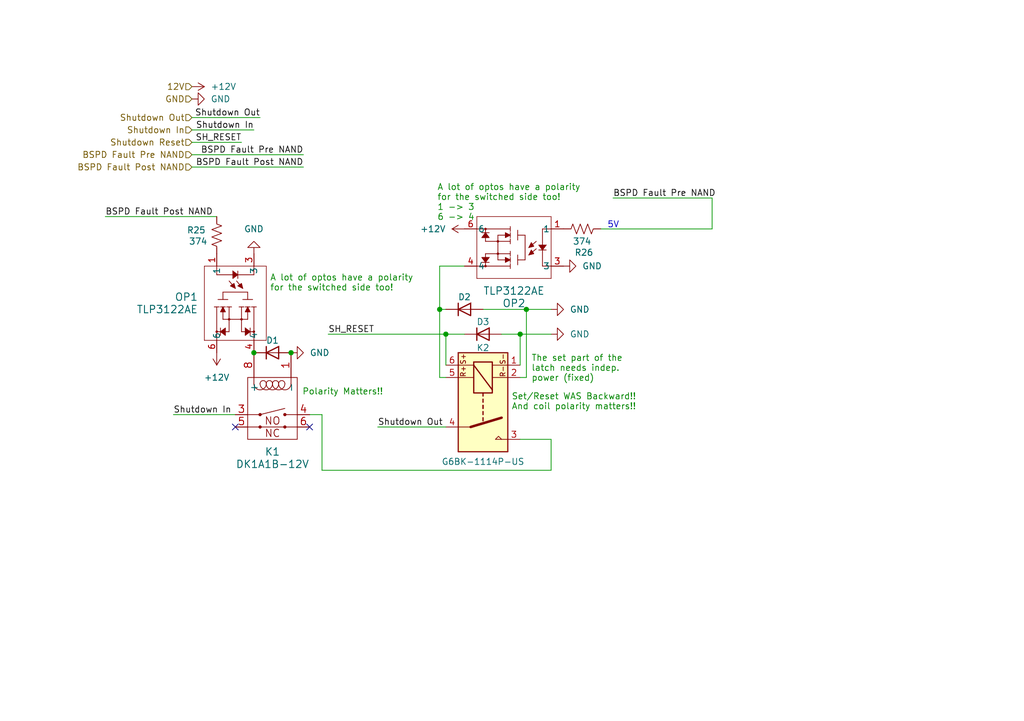
<source format=kicad_sch>
(kicad_sch (version 20231120) (generator "eeschema") (generator_version "8.0")
  (paper "A5")
  (title_block (title "Shutdown Control") (date "2024-07-07") (rev "1.0"))
  (lib_symbols
    (symbol "1FS_2_Global_Symbol_Library:G6BK-1114P-US"
      (property "Reference" "K" (at -2.54 15.24 0))
      (property "Value" "G6BK-1114P-US" (at 0 -7.62 0))
      (symbol "G6BK-1114P-US_1_1"
        (rectangle (start -5.08 13.97) (end 5.08 -6.35) (stroke (width 0.254)) (fill (type background)))
        (polyline (pts (xy -5.08 8.89) (xy -1.905 8.89)))
        (polyline (pts (xy -5.08 11.43) (xy -1.905 11.43)))
        (polyline (pts (xy -2.54 -1.27) (xy -5.08 -1.27)))
        (polyline (pts (xy -2.54 -1.27) (xy 3.81 0.635)) (stroke (width 0.508)))
        (polyline (pts (xy -1.905 11.43) (xy 1.905 6.35)) (stroke (width 0.254)))
        (polyline (pts (xy 0 0.635) (xy 0 0)) (stroke (width 0.254)))
        (polyline (pts (xy 0 1.905) (xy 0 1.27)) (stroke (width 0.254)))
        (polyline (pts (xy 0 3.175) (xy 0 2.54)) (stroke (width 0.254)))
        (polyline (pts (xy 0 3.175) (xy 0 2.54)) (stroke (width 0.254)))
        (polyline (pts (xy 0 4.445) (xy 0 3.81)) (stroke (width 0.254)))
        (polyline (pts (xy 0 5.715) (xy 0 5.08)) (stroke (width 0.254)))
        (polyline (pts (xy 3.81 -3.81) (xy 5.08 -3.81)))
        (polyline (pts (xy 5.08 8.89) (xy 1.905 8.89)))
        (polyline (pts (xy 5.08 11.43) (xy 1.905 11.43)))
        (polyline (pts (xy 3.81 -3.81) (xy 2.54 -3.81) (xy 3.175 -3.175) (xy 3.81 -3.81)))
        (rectangle (start 1.905 12.065) (end -1.905 5.715) (stroke (width 0.254)))
        (text "R+" (at -4.064 10.16 900) (effects (font (size 1.016 1.016))))
        (text "R-" (at 4.064 10.16 900) (effects (font (size 1.016 1.016))))
        (text "S+" (at -4.064 12.7 900) (effects (font (size 1.016 1.016))))
        (text "S-" (at 4.064 12.7 900) (effects (font (size 1.016 1.016))))
        (pin passive line (at 7.62 11.43 180) (length 2.54) (name "~") (number "1"))
        (pin passive line (at 7.62 8.89 180) (length 2.54) (name "~") (number "2"))
        (pin passive line (at 7.62 -3.81 180) (length 2.54) (name "~") (number "3"))
        (pin passive line (at -7.62 -1.27 0) (length 2.54) (name "~") (number "4"))
        (pin passive line (at -7.62 8.89 0) (length 2.54) (name "~") (number "5"))
        (pin passive line (at -7.62 11.43 0) (length 2.54) (name "~") (number "6"))
      )
    )
    (symbol "2FS-1_Symbol Library:DK1A1B-12V" (pin_names (offset 1.016))
      (property "Reference" "U" (at -2.54 0 0))
      (property "Value" "DK1A1B-12V" (at 6.35 0 90))
      (symbol "DK1A1B-12V_0_0"
        (text "NC" (at 3.81 0 900) (effects (font (size 1.524 1.524))))
        (text "NO" (at 1.27 0 900) (effects (font (size 1.524 1.524))))
      )
      (symbol "DK1A1B-12V_0_1"
        (arc (start -6.35 -3.81) (mid -5.0855 -2.54) (end -6.35 -1.27) (stroke (width 0.1524)))
        (arc (start -6.35 -2.54) (mid -5.0855 -1.27) (end -6.35 0) (stroke (width 0.1524)))
        (arc (start -6.35 -1.27) (mid -6.9823 -1.905) (end -6.35 -2.54) (stroke (width 0.1524)))
        (arc (start -6.35 -1.27) (mid -5.0855 0) (end -6.35 1.27) (stroke (width 0.1524)))
        (arc (start -6.35 0) (mid -6.9823 -0.635) (end -6.35 -1.27) (stroke (width 0.1524)))
        (arc (start -6.35 0) (mid -5.0855 1.27) (end -6.35 2.54) (stroke (width 0.1524)))
        (arc (start -6.35 1.27) (mid -6.9823 0.635) (end -6.35 0) (stroke (width 0.1524)))
        (arc (start -6.35 1.27) (mid -5.0855 2.54) (end -6.35 3.81) (stroke (width 0.1524)))
        (arc (start -6.35 2.54) (mid -6.9823 1.905) (end -6.35 1.27) (stroke (width 0.1524)))
        (circle (center 0 -2.54) (radius 0.254) (stroke (width 0.1524)) (fill (type outline)))
        (polyline (pts (xy -7.62 -3.81) (xy -6.35 -3.81)) (stroke (width 0.1524)))
        (polyline (pts (xy -7.62 3.81) (xy -6.35 3.81)) (stroke (width 0.1524)))
        (polyline (pts (xy 0 -5.08) (xy 0 -2.54)) (stroke (width 0.1524)))
        (polyline (pts (xy 2.54 -5.08) (xy 2.54 5.08)) (stroke (width 0.1524)) (fill (type outline)))
        (polyline (pts (xy 0 5.08) (xy 0 2.54) (xy -1.27 -2.54)) (stroke (width 0.1524)))
        (circle (center 0 2.54) (radius 0.254) (stroke (width 0.1524)) (fill (type outline)))
        (circle (center 2.54 -2.54) (radius 0.254) (stroke (width 0.1524)) (fill (type outline)))
        (circle (center 2.54 2.54) (radius 0.254) (stroke (width 0.1524)) (fill (type outline)))
        (rectangle (start 5.08 5.08) (end -7.62 -5.08) (stroke (width 0.1524)))
      )
      (symbol "DK1A1B-12V_1_1"
        (pin power_in line (at -12.7 -3.81 0) (length 5.08) (name "-") (number "1"))
        (pin passive line (at 0 7.62 270) (length 2.54) (name "~") (number "3"))
        (pin passive line (at 0 -7.62 90) (length 2.54) (name "~") (number "4"))
        (pin passive line (at 2.54 7.62 270) (length 2.54) (name "~") (number "5"))
        (pin passive line (at 2.54 -7.62 90) (length 2.54) (name "~") (number "6"))
        (pin power_in line (at -12.7 3.81 0) (length 5.08) (name "+") (number "8"))
      )
    )
    (symbol "Device:D" (pin_numbers hide) (pin_names (offset 1.016) hide)
      (property "Reference" "D" (at 0 2.54 0))
      (property "Value" "D" (at 0 -2.54 0))
      (symbol "D_0_1"
        (polyline (pts (xy -1.27 1.27) (xy -1.27 -1.27)) (stroke (width 0.254)))
        (polyline (pts (xy 1.27 0) (xy -1.27 0)))
        (polyline (pts (xy 1.27 1.27) (xy 1.27 -1.27) (xy -1.27 0) (xy 1.27 1.27)) (stroke (width 0.254)))
      )
      (symbol "D_1_1"
        (pin passive line (at -3.81 0 0) (length 2.54) (name "K") (number "1"))
        (pin passive line (at 3.81 0 180) (length 2.54) (name "A") (number "2"))
      )
    )
    (symbol "Device:R_US" (pin_numbers hide) (pin_names (offset 0))
      (property "Reference" "R" (at 2.54 0 90))
      (property "Value" "R_US" (at -2.54 0 90))
      (symbol "R_US_0_1"
        (polyline (pts (xy 0 -2.286) (xy 0 -2.54)))
        (polyline (pts (xy 0 2.286) (xy 0 2.54)))
        (polyline (pts (xy 0 -0.762) (xy 1.016 -1.143) (xy 0 -1.524) (xy -1.016 -1.905) (xy 0 -2.286)))
        (polyline (pts (xy 0 0.762) (xy 1.016 0.381) (xy 0 0) (xy -1.016 -0.381) (xy 0 -0.762)))
        (polyline (pts (xy 0 2.286) (xy 1.016 1.905) (xy 0 1.524) (xy -1.016 1.143) (xy 0 0.762)))
      )
      (symbol "R_US_1_1"
        (pin passive line (at 0 3.81 270) (length 1.27) (name "~") (number "1"))
        (pin passive line (at 0 -3.81 90) (length 1.27) (name "~") (number "2"))
      )
    )
    (symbol "TLP3122AE_1" (pin_names (offset 0.254))
      (property "Reference" "U" (at 0 0 0))
      (property "Value" "TLP3122AE" (at 0 0 0))
      (symbol "TLP3122AE_1_0_1"
        (polyline (pts (xy 0 -12.7) (xy 0 0)) (stroke (width 0.127)))
        (polyline (pts (xy 0 0) (xy 15.24 0)) (stroke (width 0.127)))
        (polyline (pts (xy 1.016 -6.858) (xy 2.54 -6.858)))
        (polyline (pts (xy 1.778 -10.16) (xy 0 -10.16)))
        (polyline (pts (xy 1.778 -10.16) (xy 1.778 -6.858)))
        (polyline (pts (xy 1.778 -2.54) (xy 0 -2.54)))
        (polyline (pts (xy 1.778 -2.54) (xy 1.778 -5.842)))
        (polyline (pts (xy 4.572 -7.874) (xy 3.048 -6.604)))
        (polyline (pts (xy 4.572 -6.35) (xy 3.048 -5.08)))
        (polyline (pts (xy 5.334 -3.81) (xy 5.334 -8.89)))
        (polyline (pts (xy 6.858 -8.89) (xy 5.334 -8.89)))
        (polyline (pts (xy 6.858 -7.874) (xy 6.858 -9.906)))
        (polyline (pts (xy 6.858 -3.81) (xy 5.334 -3.81)))
        (polyline (pts (xy 6.858 -2.794) (xy 6.858 -4.826)))
        (polyline (pts (xy 8.382 -10.16) (xy 15.24 -10.16)))
        (polyline (pts (xy 8.382 -9.652) (xy 8.382 -10.668)))
        (polyline (pts (xy 8.382 -8.382) (xy 8.382 -9.398)))
        (polyline (pts (xy 8.382 -7.62) (xy 13.462 -7.62)))
        (polyline (pts (xy 8.382 -7.112) (xy 8.382 -8.128)))
        (polyline (pts (xy 8.382 -5.08) (xy 13.462 -5.08)))
        (polyline (pts (xy 8.382 -4.572) (xy 8.382 -5.588)))
        (polyline (pts (xy 8.382 -3.302) (xy 8.382 -4.318)))
        (polyline (pts (xy 8.382 -2.54) (xy 15.24 -2.54)))
        (polyline (pts (xy 8.382 -2.032) (xy 8.382 -3.048)))
        (polyline (pts (xy 9.398 -8.89) (xy 10.922 -8.89)))
        (polyline (pts (xy 9.398 -3.81) (xy 10.922 -3.81)))
        (polyline (pts (xy 10.922 -3.81) (xy 10.922 -8.89)))
        (polyline (pts (xy 12.7 -9.398) (xy 14.224 -9.398)))
        (polyline (pts (xy 12.7 -3.302) (xy 14.224 -3.302)))
        (polyline (pts (xy 13.462 -9.398) (xy 13.462 -10.16)))
        (polyline (pts (xy 13.462 -7.62) (xy 13.462 -8.382)))
        (polyline (pts (xy 13.462 -4.318) (xy 13.462 -5.08)))
        (polyline (pts (xy 13.462 -2.54) (xy 13.462 -3.302)))
        (polyline (pts (xy 15.24 -12.7) (xy 0 -12.7)) (stroke (width 0.127)))
        (polyline (pts (xy 15.24 0) (xy 15.24 -12.7)) (stroke (width 0.127)))
        (polyline (pts (xy 1.016 -5.842) (xy 1.016 -5.842) (xy 2.54 -5.842) (xy 1.778 -6.858) (xy 1.016 -5.842)) (fill (type outline)))
        (polyline (pts (xy 4.572 -7.874) (xy 4.572 -7.874) (xy 4.064 -6.858) (xy 3.556 -7.62) (xy 4.572 -7.874)) (fill (type outline)))
        (polyline (pts (xy 4.572 -6.35) (xy 4.572 -6.35) (xy 4.064 -5.334) (xy 3.556 -6.096) (xy 4.572 -6.35)) (fill (type outline)))
        (polyline (pts (xy 8.382 -8.89) (xy 8.382 -8.89) (xy 9.398 -8.382) (xy 9.398 -9.398) (xy 8.382 -8.89)) (fill (type outline)))
        (polyline (pts (xy 8.382 -3.81) (xy 8.382 -3.81) (xy 9.398 -3.302) (xy 9.398 -4.318) (xy 8.382 -3.81)) (fill (type outline)))
        (polyline (pts (xy 12.7 -8.382) (xy 12.7 -8.382) (xy 14.224 -8.382) (xy 13.462 -9.398) (xy 12.7 -8.382)) (fill (type outline)))
        (polyline (pts (xy 13.462 -3.302) (xy 13.462 -3.302) (xy 12.7 -4.318) (xy 14.224 -4.318) (xy 13.462 -3.302)) (fill (type outline)))
        (circle (center 10.922 -7.62) (radius 0.127) (stroke (width 0.254)))
        (circle (center 10.922 -5.08) (radius 0.127) (stroke (width 0.254)))
        (circle (center 13.462 -10.16) (radius 0.127) (stroke (width 0.254)))
        (circle (center 13.462 -2.54) (radius 0.127) (stroke (width 0.254)))
      )
      (symbol "TLP3122AE_1_1_1"
        (pin power_in line (at -2.54 -2.54 0) (length 2.54) (name "1") (number "1"))
        (pin output line (at -2.54 -10.16 0) (length 2.54) (name "3") (number "3"))
        (pin bidirectional line (at 17.78 -10.16 180) (length 2.54) (name "4") (number "4"))
        (pin bidirectional line (at 17.78 -2.54 180) (length 2.54) (name "6") (number "6"))
      )
    )
    (symbol "power:+12V" (power) (pin_names (offset 0))
      (property "Value" "+12V" (at 0 3.556 0))
      (symbol "+12V_0_1"
        (polyline (pts (xy -0.762 1.27) (xy 0 2.54)))
        (polyline (pts (xy 0 0) (xy 0 2.54)))
        (polyline (pts (xy 0 2.54) (xy 0.762 1.27)))
      )
      (symbol "+12V_1_1"
        (pin power_in line (at 0 0 90) (length 0) hide (name "+12V") (number "1"))
      )
    )
    (symbol "power:GND" (power) (pin_names (offset 0))
      (property "Value" "GND" (at 0 -3.81 0))
      (symbol "GND_0_1"
        (polyline (pts (xy 0 0) (xy 0 -1.27) (xy 1.27 -1.27) (xy 0 -2.54) (xy -1.27 -1.27) (xy 0 -1.27)))
      )
      (symbol "GND_1_1"
        (pin power_in line (at 0 0 270) (length 0) hide (name "GND") (number "1"))
      )
    )
  )
  (junction (at 106.68 68.58))
  (junction (at 91.44 68.58))
  (junction (at 52.07 72.39))
  (junction (at 107.95 63.5))
  (junction (at 59.69 72.39))
  (junction (at 90.17 63.5))
  (no_connect (at 48.26 87.63))
  (no_connect (at 63.5 87.63))
  (wire (pts (xy 123.19 46.99) (xy 146.05 46.99)))
  (wire (pts (xy 95.25 54.61) (xy 90.17 54.61)))
  (wire (pts (xy 113.03 96.52) (xy 113.03 90.17)))
  (wire (pts (xy 146.05 40.64) (xy 146.05 46.99)))
  (wire (pts (xy 66.04 85.09) (xy 66.04 96.52)))
  (wire (pts (xy 90.17 54.61) (xy 90.17 63.5)))
  (wire (pts (xy 39.37 31.75) (xy 62.23 31.75)))
  (wire (pts (xy 39.37 24.13) (xy 53.34 24.13)))
  (wire (pts (xy 63.5 85.09) (xy 66.04 85.09)))
  (wire (pts (xy 106.68 68.58) (xy 113.03 68.58)))
  (wire (pts (xy 52.07 26.67) (xy 39.37 26.67)))
  (wire (pts (xy 102.87 68.58) (xy 106.68 68.58)))
  (wire (pts (xy 91.44 68.58) (xy 95.25 68.58)))
  (wire (pts (xy 21.59 44.45) (xy 44.45 44.45)))
  (wire (pts (xy 107.95 63.5) (xy 113.03 63.5)))
  (wire (pts (xy 106.68 68.58) (xy 106.68 74.93)))
  (wire (pts (xy 91.44 68.58) (xy 91.44 74.93)))
  (wire (pts (xy 90.17 63.5) (xy 91.44 63.5)))
  (wire (pts (xy 91.44 87.63) (xy 77.47 87.63)))
  (wire (pts (xy 62.23 34.29) (xy 39.37 34.29)))
  (wire (pts (xy 106.68 77.47) (xy 107.95 77.47)))
  (wire (pts (xy 66.04 96.52) (xy 113.03 96.52)))
  (wire (pts (xy 113.03 90.17) (xy 106.68 90.17)))
  (wire (pts (xy 90.17 77.47) (xy 91.44 77.47)))
  (wire (pts (xy 35.56 85.09) (xy 48.26 85.09)))
  (wire (pts (xy 99.06 63.5) (xy 107.95 63.5)))
  (wire (pts (xy 90.17 63.5) (xy 90.17 77.47)))
  (wire (pts (xy 107.95 63.5) (xy 107.95 77.47)))
  (wire (pts (xy 125.73 40.64) (xy 146.05 40.64)))
  (wire (pts (xy 49.53 29.21) (xy 39.37 29.21)))
  (wire (pts (xy 67.31 68.58) (xy 91.44 68.58)))
  (text "A lot of optos have a polarity\nfor the switched side too!" (at 55.372 59.944 0) (effects (font (size 1.27 1.27)) (justify left bottom)))
  (text "Set/Reset WAS Backward!!\nAnd coil polarity matters!!" (at 104.902 84.328 0) (effects (font (size 1.27 1.27)) (justify left bottom)))
  (text "5V" (at 127.0254 46.99 0) (effects (font (size 1.27 1.27)) (justify right bottom)))
  (text "A lot of optos have a polarity\nfor the switched side too!\n1 -> 3\n6 -> 4" (at 89.662 45.466 0) (effects (font (size 1.27 1.27)) (justify left bottom)))
  (text "The set part of the \nlatch needs indep. \npower (fixed)" (at 108.966 78.486 0) (effects (font (size 1.27 1.27)) (justify left bottom)))
  (text "Polarity Matters!!" (at 61.976 81.28 0) (effects (font (size 1.27 1.27)) (justify left bottom)))
  (label "BSPD Fault Post NAND" (at 21.59 44.45 0))
  (label "Shutdown Out" (at 53.34 24.13 180))
  (label "SH_RESET" (at 49.53 29.21 180))
  (label "Shutdown In" (at 35.56 85.09 0))
  (label "Shutdown Out" (at 77.47 87.63 0))
  (label "BSPD Fault Post NAND" (at 62.23 34.29 180))
  (label "Shutdown In" (at 52.07 26.67 180))
  (label "BSPD Fault Pre NAND" (at 62.23 31.75 180))
  (label "SH_RESET" (at 67.31 68.58 0))
  (label "BSPD Fault Pre NAND" (at 125.73 40.64 0))
  (hierarchical_label "BSPD Fault Post NAND" (shape input) (at 39.37 34.29 180))
  (hierarchical_label "Shutdown In" (shape input) (at 39.37 26.67 180))
  (hierarchical_label "GND" (shape input) (at 39.37 20.32 180))
  (hierarchical_label "BSPD Fault Pre NAND" (shape input) (at 39.37 31.75 180))
  (hierarchical_label "12V" (shape input) (at 39.37 17.78 180))
  (hierarchical_label "Shutdown Out" (shape input) (at 39.37 24.13 180))
  (hierarchical_label "Shutdown Reset" (shape input) (at 39.37 29.21 180))
  (symbol (lib_id "power:+12V") (at 39.37 17.78 270) (unit 1)
    (property "Reference" "#PWR0123" (effects (hide yes)))
    (property "Value" "+12V" (at 43.18 17.7801 90) (effects (justify left)))
  )
  (symbol (lib_id "power:+12V") (at 95.25 46.99 90) (unit 1)
    (property "Reference" "#PWR043" (effects (hide yes)))
    (property "Value" "+12V" (at 91.44 46.99 90) (effects (justify left)))
  )
  (symbol (lib_id "power:+12V") (at 44.45 72.39 180) (unit 1)
    (property "Reference" "#PWR04" (effects (hide yes)))
    (property "Value" "+12V" (at 44.45 77.47 0))
  )
  (symbol (lib_id "power:GND") (at 113.03 63.5 90) (unit 1)
    (property "Reference" "#PWR0119" (effects (hide yes)))
    (property "Value" "GND" (at 116.84 63.5 90) (effects (justify right)))
  )
  (symbol (lib_id "1FS_2_Global_Symbol_Library:G6BK-1114P-US") (at 99.06 86.36 0) (unit 1)
    (property "Reference" "K2" (at 99.06 71.374 0))
    (property "Value" "G6BK-1114P-US" (at 99.06 94.742 0))
    (property "Footprint" "1FS_2_Global_Footprint_Library:Omron G6BK-1114P-US" (effects (hide yes)))
    (property "Description" "Omron G6BK-1114P-US Latching Relay." (effects (hide yes)))
  )
  (symbol (lib_id "Device:R_US") (at 44.45 48.26 180) (unit 1)
    (property "Reference" "R25" (at 40.259 47.244 0))
    (property "Value" "374" (at 40.64 49.53 0))
    (property "Footprint" "Resistor_SMD:R_0805_2012Metric_Pad1.20x1.40mm_HandSolder" (effects (hide yes)))
    (property "Datasheet" "https://www.yageo.com/upload/media/product/products/datasheet/rchip/PYu-RC_Group_51_RoHS_L_12.pdf" (effects (hide yes)))
  )
  (symbol (lib_id "Device:R_US") (at 119.38 46.99 270) (unit 1)
    (property "Reference" "R26" (at 119.761 51.816 90))
    (property "Value" "374" (at 119.38 49.53 90))
    (property "Footprint" "Resistor_SMD:R_0805_2012Metric_Pad1.20x1.40mm_HandSolder" (effects (hide yes)))
    (property "Datasheet" "https://www.yageo.com/upload/media/product/products/datasheet/rchip/PYu-RC_Group_51_RoHS_L_12.pdf" (effects (hide yes)))
  )
  (symbol (lib_id "Device:D") (at 99.06 68.58 0) (unit 1)
    (property "Reference" "D3" (at 99.06 66.04 0))
    (property "Value" "D" (effects (hide yes)))
    (property "Footprint" "Diode_SMD:D_2010_5025Metric_Pad1.52x2.65mm_HandSolder" (effects (hide yes)))
    (property "Datasheet" "https://www.comchiptech.com/admin/files/product/ACGRAT101L-HF%20Thru%20ACGRAT105L-HF%20RevB849012.pdf" (effects (hide yes)))
    (property "Sim.Device" "D" (effects (hide yes)))
    (property "Sim.Pins" "1=K 2=A" (effects (hide yes)))
  )
  (symbol (lib_id "power:GND") (at 115.57 54.61 90) (unit 1)
    (property "Reference" "#PWR0121" (effects (hide yes)))
    (property "Value" "GND" (at 119.38 54.61 90) (effects (justify right)))
  )
  (symbol (lib_name "TLP3122AE_1") (lib_id "1FS_2_Global_Symbol_Library:TLP3122AE") (at 113.03 44.45 0) (mirror y) (unit 1)
    (property "Reference" "OP2" (at 105.41 62.23 0) (effects (font (size 1.524 1.524))))
    (property "Value" "TLP3122AE" (at 105.41 59.69 0) (effects (font (size 1.524 1.524))))
    (property "Footprint" "1FS_2_Global_Footprint_Library:OptoCoupler 6-SOP" (effects (hide yes)))
    (property "Datasheet" "https://www.mouser.com/datasheet/2/408/TLP3122A_datasheet_en_20181025-1320885.pdf" (effects (hide yes)))
  )
  (symbol (lib_id "power:GND") (at 39.37 20.32 90) (unit 1)
    (property "Reference" "#PWR0122" (effects (hide yes)))
    (property "Value" "GND" (at 43.18 20.3201 90) (effects (justify right)))
  )
  (symbol (lib_id "Device:D") (at 95.25 63.5 0) (unit 1)
    (property "Reference" "D2" (at 95.25 60.96 0))
    (property "Value" "D" (effects (hide yes)))
    (property "Footprint" "Diode_SMD:D_2010_5025Metric_Pad1.52x2.65mm_HandSolder" (effects (hide yes)))
    (property "Datasheet" "https://www.comchiptech.com/admin/files/product/ACGRAT101L-HF%20Thru%20ACGRAT105L-HF%20RevB849012.pdf" (effects (hide yes)))
    (property "Sim.Device" "D" (effects (hide yes)))
    (property "Sim.Pins" "1=K 2=A" (effects (hide yes)))
  )
  (symbol (lib_id "power:GND") (at 113.03 68.58 90) (unit 1)
    (property "Reference" "#PWR0120" (effects (hide yes)))
    (property "Value" "GND" (at 116.84 68.58 90) (effects (justify right)))
  )
  (symbol (lib_id "Device:D") (at 55.88 72.39 0) (unit 1)
    (property "Reference" "D1" (at 55.88 69.85 0))
    (property "Value" "D" (effects (hide yes)))
    (property "Footprint" "Diode_SMD:D_2010_5025Metric_Pad1.52x2.65mm_HandSolder" (effects (hide yes)))
    (property "Datasheet" "https://www.comchiptech.com/admin/files/product/ACGRAT101L-HF%20Thru%20ACGRAT105L-HF%20RevB849012.pdf" (effects (hide yes)))
    (property "Sim.Device" "D" (effects (hide yes)))
    (property "Sim.Pins" "1=K 2=A" (effects (hide yes)))
  )
  (symbol (lib_id "power:GND") (at 59.69 72.39 90) (unit 1)
    (property "Reference" "#PWR041" (effects (hide yes)))
    (property "Value" "GND" (at 63.5 72.39 90) (effects (justify right)))
  )
  (symbol (lib_id "power:GND") (at 52.07 52.07 180) (unit 1)
    (property "Reference" "#PWR023" (effects (hide yes)))
    (property "Value" "GND" (at 52.07 46.99 0))
  )
  (symbol (lib_id "2FS-1_Symbol Library:DK1A1B-12V") (at 55.88 85.09 90) (mirror x) (unit 1)
    (property "Reference" "K1" (at 55.88 92.71 90) (effects (font (size 1.524 1.524))))
    (property "Value" "DK1A1B-12V" (at 55.88 95.25 90) (effects (font (size 1.524 1.524))))
    (property "Footprint" "1FS_2_Global_Footprint_Library:RELAY_DK2A_PAN" (effects (hide yes)))
  )
  (symbol (lib_name "TLP3122AE_1") (lib_id "1FS_2_Global_Symbol_Library:TLP3122AE") (at 41.91 54.61 90) (mirror x) (unit 1)
    (property "Reference" "OP1" (at 40.64 60.96 90) (effects (font (size 1.524 1.524)) (justify left)))
    (property "Value" "TLP3122AE" (at 40.64 63.5 90) (effects (font (size 1.524 1.524)) (justify left)))
    (property "Footprint" "1FS_2_Global_Footprint_Library:OptoCoupler 6-SOP" (effects (hide yes)))
    (property "Datasheet" "https://www.mouser.com/datasheet/2/408/TLP3122A_datasheet_en_20181025-1320885.pdf" (effects (hide yes)))
  )
)
</source>
